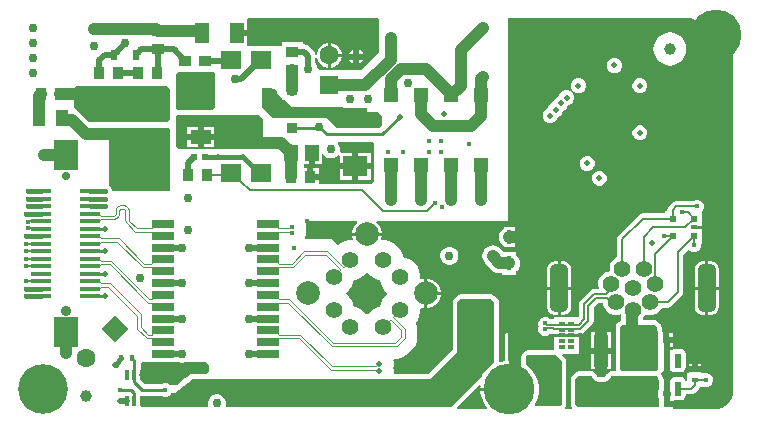
<source format=gbl>
G04*
G04 #@! TF.GenerationSoftware,Altium Limited,Altium Designer,23.5.1 (21)*
G04*
G04 Layer_Physical_Order=6*
G04 Layer_Color=16711680*
%FSLAX44Y44*%
%MOMM*%
G71*
G04*
G04 #@! TF.SameCoordinates,0C852D97-15EF-43E7-8D4E-587EAF6ACFB3*
G04*
G04*
G04 #@! TF.FilePolarity,Positive*
G04*
G01*
G75*
%ADD15C,0.1270*%
%ADD23R,0.4500X0.5500*%
%ADD25R,1.0000X0.9000*%
%ADD28R,0.9000X1.0000*%
%ADD29R,1.0500X1.4000*%
%ADD30R,1.8000X1.1500*%
%ADD38R,0.6200X0.6200*%
%ADD39R,0.5500X0.4500*%
%ADD81C,0.7500*%
%ADD82C,1.0000*%
%ADD84C,0.5080*%
%ADD85C,0.2540*%
%ADD86C,0.1500*%
%ADD87C,1.0160*%
%ADD88C,0.3810*%
%ADD90C,0.9000*%
%ADD91C,0.7000*%
G04:AMPARAMS|DCode=92|XSize=4mm|YSize=1.5mm|CornerRadius=0.375mm|HoleSize=0mm|Usage=FLASHONLY|Rotation=270.000|XOffset=0mm|YOffset=0mm|HoleType=Round|Shape=RoundedRectangle|*
%AMROUNDEDRECTD92*
21,1,4.0000,0.7500,0,0,270.0*
21,1,3.2500,1.5000,0,0,270.0*
1,1,0.7500,-0.3750,-1.6250*
1,1,0.7500,-0.3750,1.6250*
1,1,0.7500,0.3750,1.6250*
1,1,0.7500,0.3750,-1.6250*
%
%ADD92ROUNDEDRECTD92*%
%ADD93C,1.4000*%
%ADD94P,2.2627X4X270.0*%
%ADD95C,1.6000*%
%ADD96C,2.0000*%
%ADD97C,4.3000*%
%ADD98C,4.2000*%
%ADD99R,1.6000X1.6000*%
%ADD100C,0.4064*%
%ADD101C,0.5080*%
%ADD102C,0.7620*%
%ADD115C,0.0889*%
%ADD116R,1.8000X0.3500*%
%ADD117R,2.0000X2.5000*%
%ADD118R,0.6000X0.6000*%
%ADD119R,0.6000X0.4000*%
%ADD120R,0.4064X1.1684*%
%ADD121R,0.5500X0.3000*%
%ADD122R,0.5500X0.4000*%
%ADD123R,0.3500X0.8500*%
%ADD124R,1.4000X1.7500*%
G04:AMPARAMS|DCode=125|XSize=0.55mm|YSize=0.8mm|CornerRadius=0.0495mm|HoleSize=0mm|Usage=FLASHONLY|Rotation=0.000|XOffset=0mm|YOffset=0mm|HoleType=Round|Shape=RoundedRectangle|*
%AMROUNDEDRECTD125*
21,1,0.5500,0.7010,0,0,0.0*
21,1,0.4510,0.8000,0,0,0.0*
1,1,0.0990,0.2255,-0.3505*
1,1,0.0990,-0.2255,-0.3505*
1,1,0.0990,-0.2255,0.3505*
1,1,0.0990,0.2255,0.3505*
%
%ADD125ROUNDEDRECTD125*%
%ADD126R,1.1500X1.8000*%
G04:AMPARAMS|DCode=127|XSize=1.24mm|YSize=0.55mm|CornerRadius=0.0385mm|HoleSize=0mm|Usage=FLASHONLY|Rotation=270.000|XOffset=0mm|YOffset=0mm|HoleType=Round|Shape=RoundedRectangle|*
%AMROUNDEDRECTD127*
21,1,1.2400,0.4730,0,0,270.0*
21,1,1.1630,0.5500,0,0,270.0*
1,1,0.0770,-0.2365,-0.5815*
1,1,0.0770,-0.2365,0.5815*
1,1,0.0770,0.2365,0.5815*
1,1,0.0770,0.2365,-0.5815*
%
%ADD127ROUNDEDRECTD127*%
%ADD128R,1.2000X2.7000*%
%ADD129R,1.8800X0.6400*%
%ADD130R,1.2000X1.2000*%
%ADD131R,1.7800X1.5200*%
%ADD132R,1.3900X1.4000*%
%ADD133R,3.3600X4.8600*%
%ADD134R,0.9500X0.9000*%
%ADD135R,1.1500X1.4500*%
%ADD136R,2.1590X1.7780*%
%ADD137C,1.0000*%
G36*
X284480Y313690D02*
Y285750D01*
X269240Y270510D01*
X234950D01*
X232151Y273309D01*
X231891Y274281D01*
X230888Y276019D01*
X230778Y276128D01*
Y280749D01*
X232048Y280917D01*
X232588Y278902D01*
X233976Y276498D01*
X235938Y274536D01*
X238342Y273148D01*
X241022Y272430D01*
X241140D01*
Y282970D01*
Y293510D01*
X241022D01*
X238342Y292792D01*
X235938Y291404D01*
X233976Y289442D01*
X232588Y287038D01*
X231870Y284358D01*
Y283448D01*
X230600Y283323D01*
X230286Y284904D01*
X228882Y287004D01*
X225350Y290536D01*
X223249Y291940D01*
X220772Y292433D01*
X219937D01*
Y294440D01*
X202318D01*
Y290830D01*
X175851Y290830D01*
X172750D01*
Y299680D01*
X164460D01*
Y304760D01*
X172750D01*
Y313760D01*
X173839Y314198D01*
X283972D01*
X284480Y313690D01*
D02*
G37*
G36*
X146050Y267430D02*
Y238760D01*
X144130Y236840D01*
X114300D01*
X113030Y238110D01*
Y266700D01*
X115030Y268700D01*
X144780D01*
X146050Y267430D01*
D02*
G37*
G36*
X107950Y254000D02*
Y228600D01*
X105410Y226060D01*
X39370Y226060D01*
X26670Y238760D01*
Y255270D01*
X27940Y256540D01*
X105410D01*
X107950Y254000D01*
D02*
G37*
G36*
X287448Y231100D02*
Y223948D01*
X284480Y220980D01*
X269240D01*
X273050Y234950D01*
X283598D01*
X287448Y231100D01*
D02*
G37*
G36*
X194310Y255270D02*
X202567Y247013D01*
Y244890D01*
X204690D01*
X210820Y238760D01*
X254000D01*
X259080Y233680D01*
Y232370D01*
X264468D01*
Y227290D01*
X259080D01*
Y223520D01*
X256540Y220980D01*
X249640D01*
X249541Y221080D01*
X248820D01*
X240030Y229870D01*
X219687D01*
Y230010D01*
X202567D01*
Y229870D01*
X194310D01*
X185420Y238760D01*
Y255270D01*
X194310Y255270D01*
D02*
G37*
G36*
X182880Y232410D02*
X186690Y228600D01*
Y207010D01*
X182880Y203200D01*
X175260D01*
X171071D01*
X171070Y203200D01*
X168544D01*
X168544Y203200D01*
X149291D01*
X149291Y203200D01*
X146765D01*
X146765Y203200D01*
X146166D01*
X144070Y203200D01*
Y203760D01*
X121250D01*
Y203200D01*
X115570D01*
X113030Y205740D01*
Y231140D01*
X114300Y232410D01*
X182880Y232410D01*
D02*
G37*
G36*
X280278Y208672D02*
Y176530D01*
X277738Y173990D01*
X233407D01*
Y177760D01*
X226367D01*
Y180300D01*
X223827D01*
Y187840D01*
X220980D01*
Y190830D01*
X225098D01*
Y200620D01*
X230177D01*
Y190830D01*
X235927D01*
Y199125D01*
X237197Y199465D01*
X237743Y198521D01*
X239161Y197103D01*
X240899Y196099D01*
X242837Y195580D01*
X244843D01*
X246781Y196099D01*
X248519Y197103D01*
X249862Y198446D01*
X250200Y198418D01*
X251132Y198051D01*
Y191730D01*
X261928D01*
Y200620D01*
X252352D01*
X251378Y201890D01*
X251460Y202197D01*
Y204203D01*
X250941Y206141D01*
X249937Y207879D01*
X249536Y208280D01*
X250062Y209550D01*
X279400D01*
X280278Y208672D01*
D02*
G37*
G36*
X107950Y219710D02*
Y168910D01*
X106680Y167640D01*
X58380D01*
Y169112D01*
X57491Y171259D01*
X55847Y172903D01*
X55694Y172966D01*
Y218255D01*
X58420Y220980D01*
X106680D01*
X107950Y219710D01*
D02*
G37*
G36*
X549499Y313690D02*
X551180D01*
X557530Y307340D01*
Y301270D01*
X570000D01*
Y300000D01*
X571270D01*
Y285750D01*
X584200D01*
Y274320D01*
X584198D01*
Y-6D01*
X584198Y-21D01*
X584198Y-1270D01*
X584111Y-2504D01*
X583935Y-4294D01*
X583053Y-7203D01*
X581620Y-9883D01*
X579692Y-12232D01*
X577343Y-14160D01*
X574663Y-15592D01*
X571754Y-16475D01*
X568847Y-16761D01*
X568730Y-16738D01*
X533800D01*
Y-15240D01*
X528160D01*
Y-12700D01*
X526071D01*
Y-7060D01*
X526070D01*
Y-5790D01*
X525946D01*
X525946Y-5789D01*
X525620D01*
Y-5392D01*
X525302Y-5005D01*
Y-1289D01*
X525334Y-1234D01*
X525417Y-991D01*
X525559Y-778D01*
X525658Y-280D01*
X525821Y202D01*
X525805Y457D01*
X525855Y709D01*
Y7071D01*
X525805Y7323D01*
X525821Y7578D01*
X525658Y8059D01*
X525559Y8558D01*
X525417Y8771D01*
X525334Y9014D01*
X524679Y10148D01*
X524390Y11228D01*
X524277Y11458D01*
X524227Y11709D01*
X523944Y12131D01*
X523720Y12587D01*
X523527Y12756D01*
X523385Y12969D01*
X523329Y13025D01*
Y14295D01*
X523955Y14921D01*
X524641Y15948D01*
X524654Y15940D01*
X525620Y15747D01*
Y24510D01*
Y34210D01*
X525422Y34423D01*
X525490Y34960D01*
X525490D01*
Y36230D01*
X533220D01*
Y39330D01*
X527580D01*
Y41870D01*
X525490D01*
Y47510D01*
X525490D01*
Y48780D01*
X524520D01*
X524358Y49257D01*
X524259Y49755D01*
X524146Y49924D01*
X523845Y51048D01*
Y52470D01*
X523901Y52754D01*
X523851Y53005D01*
X523868Y53260D01*
X523704Y53742D01*
X523605Y54240D01*
X523463Y54453D01*
X523381Y54696D01*
X523046Y55078D01*
X522763Y55500D01*
X520963Y57300D01*
X519703Y58142D01*
X518217Y58438D01*
X507776D01*
Y60124D01*
X508262Y60610D01*
X509685Y63074D01*
X511079Y63369D01*
X512689Y62937D01*
X515535D01*
X518284Y63674D01*
X520750Y65097D01*
X522762Y67109D01*
X523978Y69215D01*
X528857D01*
X530591Y69560D01*
X532062Y70542D01*
X540865Y79345D01*
X540865Y79345D01*
X541847Y80816D01*
X542192Y82550D01*
X542192Y82550D01*
Y114153D01*
X546439Y118399D01*
X547871Y116967D01*
X550018Y116078D01*
X552342D01*
X554489Y116967D01*
X556133Y118611D01*
X557022Y120758D01*
Y122850D01*
X558100D01*
Y136470D01*
X556830D01*
Y136470D01*
X551290D01*
Y137849D01*
X556830D01*
Y137850D01*
X558100D01*
Y151058D01*
X558673Y151631D01*
X559562Y153778D01*
Y156102D01*
X558673Y158249D01*
X557029Y159893D01*
X554882Y160782D01*
X552558D01*
X550411Y159893D01*
X549990Y159472D01*
X535940D01*
X534206Y159127D01*
X532735Y158145D01*
X532735Y158145D01*
X530085Y155495D01*
X529103Y154024D01*
X528758Y152290D01*
Y151470D01*
X526480D01*
Y149192D01*
X507880D01*
X506146Y148847D01*
X504675Y147865D01*
X487407Y130597D01*
X486425Y129126D01*
X486080Y127392D01*
Y112113D01*
X483974Y110897D01*
X481962Y108884D01*
X480539Y106419D01*
X479802Y103670D01*
Y100824D01*
X478759Y99808D01*
X476940Y99320D01*
X474474Y97897D01*
X472462Y95885D01*
X471039Y93420D01*
X470302Y90670D01*
Y87824D01*
X470707Y86312D01*
X469934Y85304D01*
X466852D01*
X465118Y84959D01*
X463647Y83977D01*
X463647Y83977D01*
X455265Y75595D01*
X454283Y74124D01*
X453938Y72390D01*
Y61567D01*
X453401Y61030D01*
X432680D01*
Y59523D01*
X430069D01*
X428759Y60833D01*
X426612Y61722D01*
X424288D01*
X422141Y60833D01*
X420497Y59189D01*
X419608Y57042D01*
Y54718D01*
X420179Y53340D01*
X419608Y51962D01*
Y49638D01*
X420497Y47491D01*
X422141Y45847D01*
X424288Y44958D01*
X426612D01*
X428759Y45847D01*
X430069Y47157D01*
X432085D01*
X432680Y47039D01*
Y33095D01*
X410210D01*
X408723Y32799D01*
X407463Y31957D01*
X406270Y30764D01*
X405428Y29503D01*
X405132Y28017D01*
Y25141D01*
X405130Y25133D01*
Y23127D01*
X405132Y23119D01*
Y22760D01*
X404076Y22054D01*
X401512Y23116D01*
X396868Y24040D01*
X393700D01*
Y49508D01*
X392285Y47663D01*
X391389Y45501D01*
X391083Y43180D01*
Y23831D01*
X387488Y23116D01*
X387211Y23001D01*
X386155Y23707D01*
Y73914D01*
X385859Y75401D01*
X385017Y76661D01*
X382223Y79455D01*
X380963Y80297D01*
X379476Y80593D01*
X353568D01*
X352081Y80297D01*
X350821Y79455D01*
X348281Y76915D01*
X347439Y75655D01*
X347143Y74168D01*
Y33348D01*
X326319Y12775D01*
X297645D01*
X297020Y13589D01*
Y16891D01*
X296646Y18288D01*
X297020Y19685D01*
Y22987D01*
X296506Y24907D01*
X297279Y25914D01*
X299660D01*
X302386Y26273D01*
X304927Y27326D01*
X307109Y29000D01*
X313920Y35811D01*
X315594Y37992D01*
X316646Y40533D01*
X317005Y43260D01*
Y51201D01*
X316646Y53927D01*
X315594Y56468D01*
X315564Y56507D01*
X317385Y59233D01*
X318667Y62327D01*
X319320Y65612D01*
Y68328D01*
X320329Y69253D01*
X320544Y69315D01*
X322669Y68746D01*
X323050D01*
Y81286D01*
Y93826D01*
X322669D01*
X320544Y93257D01*
X320329Y93319D01*
X319320Y94243D01*
Y96960D01*
X318667Y100245D01*
X317385Y103338D01*
X315525Y106123D01*
X313157Y108491D01*
X310373Y110351D01*
X307279Y111633D01*
X305100Y112066D01*
X304667Y114245D01*
X303385Y117338D01*
X301525Y120123D01*
X299157Y122491D01*
X296373Y124351D01*
X293279Y125633D01*
X289994Y126286D01*
X287277D01*
X286353Y127295D01*
X286291Y127510D01*
X286860Y129635D01*
Y130016D01*
X274320D01*
X261780D01*
Y129635D01*
X262349Y127510D01*
X262287Y127295D01*
X261363Y126286D01*
X258646D01*
X255361Y125633D01*
X252267Y124351D01*
X249840Y122729D01*
X248294Y124275D01*
X246112Y125949D01*
X243572Y127002D01*
X240845Y127361D01*
X223124D01*
X222237Y128631D01*
X222852Y130926D01*
Y134094D01*
X222596Y135050D01*
X222852Y136006D01*
Y139174D01*
X222371Y140970D01*
X223345Y142240D01*
X265774D01*
X266270Y140970D01*
X264286Y138986D01*
X262635Y136126D01*
X261780Y132937D01*
Y132556D01*
X274320D01*
X286860D01*
Y132937D01*
X286005Y136126D01*
X284354Y138986D01*
X282370Y140970D01*
X282866Y142240D01*
X393700D01*
Y314198D01*
X549227D01*
X549499Y313690D01*
D02*
G37*
G36*
X275115Y98449D02*
X277483Y96081D01*
X280268Y94221D01*
X283361Y92939D01*
X285540Y92506D01*
X285973Y90327D01*
X287255Y87233D01*
X289115Y84449D01*
X291483Y82081D01*
X291723Y81921D01*
Y80651D01*
X291483Y80491D01*
X289115Y78123D01*
X287255Y75338D01*
X285973Y72245D01*
X285540Y70066D01*
X283361Y69633D01*
X280268Y68351D01*
X277483Y66491D01*
X275115Y64123D01*
X274955Y63883D01*
X273685D01*
X273525Y64123D01*
X271157Y66491D01*
X268372Y68351D01*
X265279Y69633D01*
X263100Y70066D01*
X262667Y72245D01*
X261385Y75338D01*
X259525Y78123D01*
X257157Y80491D01*
X256917Y80651D01*
Y81921D01*
X257157Y82081D01*
X259525Y84449D01*
X261385Y87233D01*
X262667Y90327D01*
X263100Y92506D01*
X265279Y92939D01*
X268372Y94221D01*
X271157Y96081D01*
X273525Y98449D01*
X273685Y98689D01*
X274955D01*
X275115Y98449D01*
D02*
G37*
G36*
X140970Y20320D02*
Y15240D01*
X138505Y12775D01*
X127265D01*
X126890Y12700D01*
X123190D01*
X114734Y4244D01*
X114163Y3810D01*
X107830D01*
X106941Y4699D01*
X104794Y5588D01*
X102470D01*
X100871Y4925D01*
X85847D01*
X83030Y7743D01*
Y20330D01*
X82649D01*
Y21724D01*
X83786Y22860D01*
X115072D01*
X116677Y22430D01*
X118683D01*
X120288Y22860D01*
X138430D01*
X140970Y20320D01*
D02*
G37*
G36*
X520016Y52754D02*
X519960Y52543D01*
Y50537D01*
X520479Y48599D01*
X520670Y48268D01*
Y34960D01*
X521208D01*
Y17668D01*
X518780Y15240D01*
X490220D01*
X488950Y16510D01*
Y53284D01*
X490220Y54553D01*
X518217D01*
X520016Y52754D01*
D02*
G37*
G36*
X520638Y10222D02*
X521059Y8649D01*
X521970Y7071D01*
Y709D01*
X521059Y-869D01*
X520540Y-2807D01*
Y-4813D01*
X521059Y-6751D01*
X521250Y-7082D01*
Y-15240D01*
X453390D01*
X450850Y-12700D01*
Y8946D01*
X453334Y11430D01*
X464765D01*
X465044Y10757D01*
X466469Y8900D01*
X468326Y7475D01*
X470489Y6579D01*
X472810Y6273D01*
X475130Y6579D01*
X477293Y7475D01*
X479150Y8900D01*
X480575Y10757D01*
X480854Y11430D01*
X489845D01*
X490220Y11355D01*
X518780D01*
X519155Y11430D01*
X519430D01*
X520638Y10222D01*
D02*
G37*
G36*
X474302Y72324D02*
X475039Y69574D01*
X476462Y67109D01*
X478475Y65097D01*
X480939Y63674D01*
X483689Y62937D01*
X486535D01*
X489284Y63674D01*
X489390Y63630D01*
X489539Y63074D01*
X489843Y62548D01*
Y58363D01*
X488733Y58142D01*
X487473Y57300D01*
X486203Y56030D01*
X485361Y54770D01*
X485065Y53284D01*
Y16510D01*
X485108Y16296D01*
X484302Y15315D01*
X480854D01*
X479367Y15019D01*
X478107Y14177D01*
X477265Y12917D01*
X477182Y12716D01*
X476379Y11670D01*
X475334Y10868D01*
X474116Y10364D01*
X472810Y10192D01*
X471503Y10364D01*
X470285Y10868D01*
X469240Y11670D01*
X468437Y12716D01*
X468354Y12917D01*
X467512Y14177D01*
X466252Y15019D01*
X464765Y15315D01*
X453334D01*
X451847Y15019D01*
X450587Y14177D01*
X448103Y11693D01*
X447261Y10433D01*
X446965Y8946D01*
Y-12700D01*
X447261Y-14187D01*
X448103Y-15447D01*
X448221Y-15565D01*
X447735Y-16738D01*
X442672D01*
X442146Y-15468D01*
X442167Y-15447D01*
X443009Y-14187D01*
X443305Y-12700D01*
Y24130D01*
X443009Y25617D01*
X442167Y26877D01*
X439807Y29237D01*
X440293Y30410D01*
X453600D01*
Y35410D01*
Y47037D01*
X455019D01*
X456753Y47382D01*
X458223Y48364D01*
X464977Y55118D01*
X464977Y55118D01*
X465959Y56588D01*
X466304Y58322D01*
Y69145D01*
X470097Y72938D01*
X474302D01*
Y72324D01*
D02*
G37*
G36*
X439420Y24130D02*
Y-12700D01*
X438150Y-13970D01*
X416953D01*
X416354Y-12850D01*
X416929Y-11989D01*
X418837Y-7383D01*
X419810Y-2493D01*
Y2493D01*
X418837Y7383D01*
X416929Y11989D01*
X414160Y16134D01*
X410634Y19660D01*
X409017Y20740D01*
Y28017D01*
X410210Y29210D01*
X434340D01*
X439420Y24130D01*
D02*
G37*
G36*
X382270Y73914D02*
Y22268D01*
X378366Y19660D01*
X374840Y16134D01*
X372071Y11989D01*
X371827Y11401D01*
X354992Y-5433D01*
X345186Y-15240D01*
X155525Y-15240D01*
X154630Y-13970D01*
X154940Y-12813D01*
Y-10807D01*
X154421Y-8869D01*
X153418Y-7131D01*
X151999Y-5713D01*
X150261Y-4709D01*
X148323Y-4190D01*
X146317D01*
X144379Y-4709D01*
X142641Y-5713D01*
X141222Y-7131D01*
X140219Y-8869D01*
X139700Y-10807D01*
Y-12813D01*
X140010Y-13970D01*
X139115Y-15240D01*
X84223D01*
X83058Y-14075D01*
Y-5962D01*
X83702Y-5433D01*
X100871D01*
X102470Y-6096D01*
X104794D01*
X106941Y-5207D01*
X108585Y-3563D01*
X108798Y-3048D01*
X111560D01*
X127265Y8890D01*
X327914D01*
X351028Y31725D01*
Y74168D01*
X353568Y76708D01*
X379476D01*
X382270Y73914D01*
D02*
G37*
G36*
X370573Y2934D02*
X370460Y2368D01*
Y1270D01*
X394500D01*
Y-1270D01*
X370460D01*
Y-2368D01*
X371384Y-7012D01*
X373196Y-11387D01*
X375827Y-15325D01*
X376067Y-15565D01*
X375581Y-16738D01*
X350841D01*
X350355Y-15565D01*
X357739Y-8180D01*
X369453Y3533D01*
X370573Y2934D01*
D02*
G37*
%LPC*%
G36*
X267810Y287656D02*
Y284440D01*
X271026D01*
X270602Y285463D01*
X268833Y287232D01*
X267810Y287656D01*
D02*
G37*
G36*
X262730D02*
X261707Y287232D01*
X259938Y285463D01*
X259514Y284440D01*
X262730D01*
Y287656D01*
D02*
G37*
G36*
X243798Y293510D02*
X243680D01*
Y284240D01*
X252950D01*
Y284358D01*
X252232Y287038D01*
X250844Y289442D01*
X248882Y291404D01*
X246478Y292792D01*
X243798Y293510D01*
D02*
G37*
G36*
X271026Y279360D02*
X267810D01*
Y276144D01*
X268833Y276568D01*
X270602Y278337D01*
X271026Y279360D01*
D02*
G37*
G36*
X262730D02*
X259514D01*
X259938Y278337D01*
X261707Y276568D01*
X262730Y276144D01*
Y279360D01*
D02*
G37*
G36*
X252950Y281700D02*
X243680D01*
Y272430D01*
X243798D01*
X246478Y273148D01*
X248882Y274536D01*
X250844Y276498D01*
X252232Y278902D01*
X252950Y281582D01*
Y281700D01*
D02*
G37*
G36*
X145197Y221850D02*
X136198D01*
Y216100D01*
X145197D01*
Y221850D01*
D02*
G37*
G36*
X131117D02*
X122118D01*
Y216100D01*
X131117D01*
Y221850D01*
D02*
G37*
G36*
X145197Y211020D02*
X136198D01*
Y205270D01*
X145197D01*
Y211020D01*
D02*
G37*
G36*
X131117D02*
X122118D01*
Y205270D01*
X131117D01*
Y211020D01*
D02*
G37*
G36*
X277802Y200620D02*
X267008D01*
Y191730D01*
X277802D01*
Y200620D01*
D02*
G37*
G36*
X233407Y187840D02*
X228908D01*
Y182840D01*
X233407D01*
Y187840D01*
D02*
G37*
G36*
X277802Y186650D02*
X267008D01*
Y177760D01*
X277802D01*
Y186650D01*
D02*
G37*
G36*
X261928D02*
X251132D01*
Y177760D01*
X261928D01*
Y186650D01*
D02*
G37*
G36*
X568730Y298730D02*
X557530D01*
Y292100D01*
X563880Y285750D01*
X568730D01*
Y298730D01*
D02*
G37*
G36*
X530860Y302345D02*
X527222Y301866D01*
X523832Y300462D01*
X520921Y298229D01*
X518688Y295318D01*
X517284Y291928D01*
X516805Y288290D01*
X517284Y284652D01*
X518688Y281262D01*
X520921Y278351D01*
X523832Y276118D01*
X527222Y274714D01*
X530860Y274235D01*
X534498Y274714D01*
X537888Y276118D01*
X540799Y278351D01*
X543032Y281262D01*
X544436Y284652D01*
X544830Y287642D01*
Y288937D01*
X544436Y291928D01*
X543032Y295318D01*
X540799Y298229D01*
X537888Y300462D01*
X534498Y301866D01*
X530860Y302345D01*
D02*
G37*
G36*
X485133Y280670D02*
X482607D01*
X480273Y279703D01*
X478487Y277917D01*
X477520Y275583D01*
Y273057D01*
X478487Y270723D01*
X480273Y268937D01*
X482607Y267970D01*
X485133D01*
X487467Y268937D01*
X489253Y270723D01*
X490220Y273057D01*
Y275583D01*
X489253Y277917D01*
X487467Y279703D01*
X485133Y280670D01*
D02*
G37*
G36*
X506723Y263470D02*
X504197D01*
X501863Y262503D01*
X500077Y260717D01*
X499110Y258383D01*
Y255857D01*
X500077Y253523D01*
X501863Y251737D01*
X504197Y250770D01*
X506723D01*
X509057Y251737D01*
X510843Y253523D01*
X511810Y255857D01*
Y258383D01*
X510843Y260717D01*
X509057Y262503D01*
X506723Y263470D01*
D02*
G37*
G36*
X454653Y263470D02*
X452127D01*
X449793Y262503D01*
X448007Y260717D01*
X447040Y258383D01*
Y255857D01*
X448007Y253523D01*
X449793Y251737D01*
X452127Y250770D01*
X454653D01*
X456987Y251737D01*
X458773Y253523D01*
X459740Y255857D01*
Y258383D01*
X458773Y260717D01*
X456987Y262503D01*
X454653Y263470D01*
D02*
G37*
G36*
X444747Y253506D02*
X442221D01*
X439887Y252539D01*
X438101Y250753D01*
X437203Y248587D01*
X435061Y247699D01*
X433275Y245913D01*
X432308Y243579D01*
Y243119D01*
X430489Y242365D01*
X428703Y240579D01*
X427736Y238245D01*
Y238039D01*
X425917Y237285D01*
X424131Y235499D01*
X423164Y233165D01*
Y230639D01*
X424131Y228305D01*
X425917Y226519D01*
X428251Y225552D01*
X430777D01*
X433111Y226519D01*
X434897Y228305D01*
X435864Y230639D01*
Y230845D01*
X437683Y231599D01*
X439469Y233385D01*
X440436Y235719D01*
Y236179D01*
X442255Y236933D01*
X444041Y238719D01*
X444939Y240885D01*
X447081Y241773D01*
X448867Y243559D01*
X449834Y245893D01*
Y248419D01*
X448867Y250753D01*
X447081Y252539D01*
X444747Y253506D01*
D02*
G37*
G36*
X506723Y223520D02*
X504197D01*
X501863Y222553D01*
X500077Y220767D01*
X499110Y218433D01*
Y215907D01*
X500077Y213573D01*
X501863Y211787D01*
X504197Y210820D01*
X506723D01*
X509057Y211787D01*
X510843Y213573D01*
X511810Y215907D01*
Y218433D01*
X510843Y220767D01*
X509057Y222553D01*
X506723Y223520D01*
D02*
G37*
G36*
X462019Y197866D02*
X459493D01*
X457159Y196899D01*
X455373Y195113D01*
X454406Y192779D01*
Y190253D01*
X455373Y187919D01*
X457159Y186133D01*
X459493Y185166D01*
X462019D01*
X464353Y186133D01*
X466139Y187919D01*
X467106Y190253D01*
Y192779D01*
X466139Y195113D01*
X464353Y196899D01*
X462019Y197866D01*
D02*
G37*
G36*
X472179Y185293D02*
X469653D01*
X467319Y184326D01*
X465533Y182540D01*
X464566Y180206D01*
Y177680D01*
X465533Y175346D01*
X467319Y173560D01*
X469653Y172593D01*
X472179D01*
X474513Y173560D01*
X476299Y175346D01*
X477266Y177680D01*
Y180206D01*
X476299Y182540D01*
X474513Y184326D01*
X472179Y185293D01*
D02*
G37*
G36*
X393700Y137831D02*
X392649Y137693D01*
X391975Y137414D01*
X390398D01*
Y136729D01*
X388630Y135372D01*
X387205Y133515D01*
X386309Y131353D01*
X386003Y129032D01*
X386309Y126711D01*
X387205Y124549D01*
X388630Y122692D01*
X390398Y121335D01*
Y120650D01*
X391975D01*
X392649Y120371D01*
X393700Y120232D01*
Y120650D01*
X399542D01*
Y126492D01*
X394970D01*
Y131572D01*
X399542D01*
Y137414D01*
X393700D01*
Y137831D01*
D02*
G37*
G36*
X345173Y120650D02*
X343167D01*
X341229Y120131D01*
X339491Y119128D01*
X338073Y117709D01*
X337069Y115971D01*
X336550Y114033D01*
Y112027D01*
X337069Y110089D01*
X338073Y108351D01*
X339491Y106932D01*
X341229Y105929D01*
X343167Y105410D01*
X345173D01*
X347111Y105929D01*
X348849Y106932D01*
X350267Y108351D01*
X351271Y110089D01*
X351790Y112027D01*
Y114033D01*
X351271Y115971D01*
X350267Y117709D01*
X348849Y119128D01*
X347111Y120131D01*
X345173Y120650D01*
D02*
G37*
G36*
X381000Y121997D02*
X378679Y121691D01*
X376517Y120795D01*
X374660Y119370D01*
X373235Y117513D01*
X372339Y115351D01*
X372033Y113030D01*
X372339Y110709D01*
X373235Y108547D01*
X374660Y106690D01*
X380248Y101102D01*
X382105Y99677D01*
X384267Y98781D01*
X386588Y98475D01*
X389128D01*
Y97028D01*
X400812D01*
Y99957D01*
X401310Y100340D01*
X402735Y102197D01*
X403631Y104359D01*
X403937Y106680D01*
X403631Y109001D01*
X402735Y111163D01*
X401310Y113020D01*
X400812Y113519D01*
Y116332D01*
X394791D01*
X394208Y116409D01*
X390302D01*
X387340Y119370D01*
X385483Y120795D01*
X383321Y121691D01*
X381000Y121997D01*
D02*
G37*
G36*
X565862Y108410D02*
X563382D01*
Y87017D01*
X572275D01*
Y101997D01*
X571787Y104451D01*
X570397Y106532D01*
X568316Y107922D01*
X565862Y108410D01*
D02*
G37*
G36*
X440862D02*
X438382D01*
Y87017D01*
X447275D01*
Y101997D01*
X446787Y104451D01*
X445397Y106532D01*
X443316Y107922D01*
X440862Y108410D01*
D02*
G37*
G36*
X560842D02*
X558362D01*
X555908Y107922D01*
X553827Y106532D01*
X552437Y104451D01*
X551949Y101997D01*
Y87017D01*
X560842D01*
Y108410D01*
D02*
G37*
G36*
X435842D02*
X433362D01*
X430908Y107922D01*
X428827Y106532D01*
X427437Y104451D01*
X426949Y101997D01*
Y87017D01*
X435842D01*
Y108410D01*
D02*
G37*
G36*
X325971Y93826D02*
X325590D01*
Y82556D01*
X336860D01*
Y82937D01*
X336005Y86126D01*
X334355Y88986D01*
X332020Y91320D01*
X329160Y92971D01*
X325971Y93826D01*
D02*
G37*
G36*
X336860Y80016D02*
X325590D01*
Y68746D01*
X325971D01*
X329160Y69601D01*
X332020Y71251D01*
X334355Y73586D01*
X336005Y76446D01*
X336860Y79635D01*
Y80016D01*
D02*
G37*
G36*
X572275Y84477D02*
X563382D01*
Y63084D01*
X565862D01*
X568316Y63572D01*
X570397Y64962D01*
X571787Y67043D01*
X572275Y69497D01*
Y84477D01*
D02*
G37*
G36*
X560842D02*
X551949D01*
Y69497D01*
X552437Y67043D01*
X553827Y64962D01*
X555908Y63572D01*
X558362Y63084D01*
X560842D01*
Y84477D01*
D02*
G37*
G36*
X447275D02*
X438382D01*
Y63084D01*
X440862D01*
X443316Y63572D01*
X445397Y64962D01*
X446787Y67043D01*
X447275Y69497D01*
Y84477D01*
D02*
G37*
G36*
X435842D02*
X426949D01*
Y69497D01*
X427437Y67043D01*
X428827Y64962D01*
X430908Y63572D01*
X433362Y63084D01*
X435842D01*
Y84477D01*
D02*
G37*
G36*
X533220Y47510D02*
X530120D01*
Y44410D01*
X533220D01*
Y47510D01*
D02*
G37*
G36*
X540025Y34602D02*
X535295D01*
X533658Y34277D01*
X532271Y33349D01*
X531960Y32884D01*
X531666Y33080D01*
X530700Y33273D01*
Y24510D01*
Y15747D01*
X531666Y15940D01*
X531960Y16136D01*
X532271Y15671D01*
X533658Y14743D01*
X535295Y14418D01*
X540025D01*
X541662Y14743D01*
X543049Y15671D01*
X543977Y17058D01*
X544302Y18695D01*
Y30325D01*
X543977Y31962D01*
X543049Y33349D01*
X541662Y34277D01*
X540025Y34602D01*
D02*
G37*
G36*
X557580Y21950D02*
X554830D01*
Y19700D01*
X557580D01*
Y21950D01*
D02*
G37*
G36*
X549750D02*
X547000D01*
Y19700D01*
X549750D01*
Y21950D01*
D02*
G37*
G36*
X557580Y14620D02*
X547000D01*
Y14220D01*
X545730D01*
Y4878D01*
X544302D01*
Y6625D01*
X543977Y8262D01*
X543049Y9649D01*
X541662Y10577D01*
X540025Y10902D01*
X535295D01*
X533658Y10577D01*
X532271Y9649D01*
X531343Y8262D01*
X531018Y6625D01*
Y-5005D01*
X531174Y-5790D01*
X530700Y-6416D01*
Y-10160D01*
X533800D01*
Y-9986D01*
X534782Y-9180D01*
X535295Y-9282D01*
X540025D01*
X541662Y-8957D01*
X543049Y-8029D01*
X543977Y-6642D01*
X544302Y-5005D01*
Y-4186D01*
X548986D01*
X550720Y-3841D01*
X552191Y-2859D01*
X555495Y445D01*
X556477Y1916D01*
X556514Y2100D01*
X558850D01*
Y2100D01*
X559560Y2574D01*
X560178Y2318D01*
X562502D01*
X564649Y3207D01*
X566293Y4851D01*
X567182Y6998D01*
Y9322D01*
X566293Y11469D01*
X564649Y13113D01*
X562502Y14002D01*
X560178D01*
X559560Y13746D01*
X558850Y14220D01*
Y14220D01*
X557580D01*
Y14620D01*
D02*
G37*
G36*
X481350Y49020D02*
X475350D01*
Y35520D01*
X481350D01*
Y49020D01*
D02*
G37*
G36*
X470270D02*
X464270D01*
Y35520D01*
X470270D01*
Y49020D01*
D02*
G37*
G36*
X481350Y30440D02*
X475350D01*
Y16940D01*
X481350D01*
Y30440D01*
D02*
G37*
G36*
X470270D02*
X464270D01*
Y16940D01*
X470270D01*
Y30440D01*
D02*
G37*
%LPD*%
D15*
X466852Y80772D02*
X477012D01*
X458470Y72390D02*
X466852Y80772D01*
X477012D02*
X478676Y82436D01*
X468220Y77470D02*
X478003D01*
X481726Y73747D02*
X485112D01*
X461772Y71022D02*
X468220Y77470D01*
X478003D02*
X481726Y73747D01*
X478676Y82436D02*
Y86811D01*
X458470Y59690D02*
Y72390D01*
X478676Y86811D02*
X481112Y89247D01*
X426206Y55880D02*
X427095Y54991D01*
X425450Y55880D02*
X426206D01*
X427095Y54991D02*
X433936D01*
X446191Y54871D02*
X447040Y55720D01*
X453651Y54871D02*
X458470Y59690D01*
X447040Y55720D02*
X447889Y54871D01*
X453651D01*
X440089D02*
X446191D01*
X438391D02*
X439240Y55720D01*
X440089Y54871D01*
X433936Y54991D02*
X434056Y54871D01*
X438391D01*
X-12616Y142233D02*
X-2118D01*
X-1800Y142550D01*
X-12934Y141915D02*
X-12616Y142233D01*
X461772Y58322D02*
Y71022D01*
X427095Y51689D02*
X432568D01*
X432688Y51569D01*
X440089D02*
X446191D01*
X447889D02*
X455019D01*
X432688D02*
X438391D01*
X455019D02*
X461772Y58322D01*
X446191Y51569D02*
X447040Y50720D01*
X447889Y51569D01*
X439240Y50720D02*
X440089Y51569D01*
X426206Y50800D02*
X427095Y51689D01*
X425450Y50800D02*
X426206D01*
X438391Y51569D02*
X439240Y50720D01*
X-2118Y136518D02*
X-1800Y136200D01*
X-12616Y136518D02*
X-2118D01*
X-12934Y136835D02*
X-12616Y136518D01*
X541020Y149860D02*
X546090D01*
X551290Y144660D01*
X543790Y137160D02*
X551290Y144660D01*
X516890Y137160D02*
X543790D01*
X533290Y152290D02*
X535940Y154940D01*
X533290Y144660D02*
Y152290D01*
X535940Y154940D02*
X553720D01*
X537660Y116030D02*
X551180Y129550D01*
Y129660D01*
Y121920D02*
Y129550D01*
Y129660D02*
X551290D01*
X525780D02*
X533290D01*
X537660Y82550D02*
Y116030D01*
X528857Y73747D02*
X537660Y82550D01*
X514112Y73747D02*
X528857D01*
X518112Y114482D02*
X533290Y129660D01*
X518112Y89247D02*
Y114482D01*
X508612Y128882D02*
X516890Y137160D01*
X508612Y102247D02*
Y128882D01*
X490612Y127392D02*
X507880Y144660D01*
X490612Y102247D02*
Y127392D01*
X507880Y144660D02*
X533290D01*
X-14138Y123500D02*
X-1800D01*
X-14138Y117150D02*
X-1800D01*
X-14138Y110800D02*
X-1800D01*
X-14138Y104450D02*
X-1800D01*
X552290Y8160D02*
X561340D01*
X552290Y3650D02*
Y8160D01*
X537660Y810D02*
X538124Y346D01*
X548986D02*
X552290Y3650D01*
X538124Y346D02*
X548986D01*
X-14138Y91750D02*
X-1800D01*
D23*
X75470Y26813D02*
D03*
X66470D02*
D03*
D25*
X120490Y262470D02*
D03*
Y278470D02*
D03*
X97630Y287870D02*
D03*
Y303870D02*
D03*
X137000Y262470D02*
D03*
Y278470D02*
D03*
X211127Y270130D02*
D03*
Y286130D02*
D03*
D28*
X47880Y267970D02*
D03*
X63880D02*
D03*
X80900D02*
D03*
X96900D02*
D03*
X138810Y181610D02*
D03*
X122810D02*
D03*
X14350Y250190D02*
D03*
X-1650D02*
D03*
X210367Y180300D02*
D03*
X226367D02*
D03*
D29*
X-3150Y229870D02*
D03*
X15850D02*
D03*
D30*
X133658Y213560D02*
D03*
Y243560D02*
D03*
D38*
X519160Y-12700D02*
D03*
X528160D02*
D03*
X518580Y41870D02*
D03*
X527580D02*
D03*
X128160Y196850D02*
D03*
X137160D02*
D03*
D39*
X552290Y17160D02*
D03*
Y8160D02*
D03*
D81*
X265270Y281900D02*
D03*
X233987Y222210D02*
D03*
X265270Y257770D02*
D03*
X430516Y19558D02*
D03*
X125730Y-7620D02*
D03*
D82*
X36576Y-5334D02*
D03*
X530860Y288290D02*
D03*
D84*
X528160Y-12700D02*
Y-3810D01*
Y-12700D02*
X537774D01*
X552290Y17160D02*
X561340D01*
X552290D02*
Y26670D01*
X528160Y11590D02*
Y24510D01*
Y41290D01*
X527580Y41870D02*
X528160Y41290D01*
X527580Y41870D02*
X537660D01*
X527580D02*
Y51540D01*
X65278Y-9730D02*
X70970D01*
X83970Y12270D02*
X120214D01*
X124454Y16510D01*
X124460D01*
X122810Y191500D02*
X128160Y196850D01*
X122810Y182110D02*
Y191500D01*
X211299Y285958D02*
X220772D01*
X224304Y271826D02*
Y282426D01*
X220772Y285958D02*
X224304Y282426D01*
X211127Y286130D02*
X211299Y285958D01*
X224304Y271826D02*
X224790Y271340D01*
X183158Y278700D02*
X184457D01*
X178097Y273347D02*
Y273640D01*
X163046Y262956D02*
X167706D01*
X178097Y273640D02*
X183158Y278700D01*
X167706Y262956D02*
X178097Y273347D01*
X162560Y262470D02*
X163046Y262956D01*
X60190Y284850D02*
X60400Y285060D01*
X61540D02*
X69850Y293370D01*
X60190Y283600D02*
Y284850D01*
X60400Y285060D02*
X61540D01*
X137000Y278470D02*
X158827D01*
X159058Y278700D01*
X118030Y280430D02*
Y280930D01*
X119990Y278470D02*
X120490D01*
X118030Y280430D02*
X119990Y278470D01*
X111090Y287870D02*
X118030Y280930D01*
X97630Y287870D02*
X111090D01*
X97630Y268700D02*
Y287870D01*
X96900Y267970D02*
X97630Y268700D01*
X79400Y285060D02*
X80650D01*
X83460Y287870D01*
X97630D01*
X79190Y283600D02*
Y284850D01*
X79400Y285060D01*
X63880Y267970D02*
X80900D01*
X52460Y283600D02*
X60190D01*
X47880Y279020D02*
X52460Y283600D01*
X47880Y267970D02*
Y279020D01*
X101440Y120050D02*
X117680D01*
X101440Y90050D02*
X117680D01*
X101440Y60050D02*
X117680D01*
X101440Y30050D02*
X117680D01*
X174370Y120050D02*
X190340D01*
X174370Y90050D02*
X190340D01*
X174370Y60050D02*
X190340D01*
X174370Y30050D02*
X190340D01*
D85*
X272064Y224623D02*
X284480D01*
X270869Y223428D02*
X272064Y224623D01*
X256847Y237450D02*
X270869Y223428D01*
X253494Y237450D02*
X256847D01*
X561340Y137160D02*
X561340Y137160D01*
X551290Y137160D02*
X561340D01*
X77478Y5970D02*
X83702Y-254D01*
X103632D01*
X207772Y237490D02*
X253454D01*
X199644Y245618D02*
X207772Y237490D01*
X75470Y26313D02*
X77470Y24313D01*
Y12270D02*
Y24313D01*
X75470Y26313D02*
Y26813D01*
X439240Y45720D02*
X447040D01*
X454438D01*
X430516Y45600D02*
X430636Y45720D01*
X439240D01*
X65278Y-254D02*
X74422D01*
X77470Y-9730D02*
Y-3302D01*
X74422Y-254D02*
X77470Y-3302D01*
Y12270D02*
X77478Y12262D01*
Y5970D02*
Y12262D01*
X287448Y215900D02*
X302648Y231100D01*
X240297Y215900D02*
X287448D01*
X233987Y222210D02*
X240297Y215900D01*
X211127Y221700D02*
X233477D01*
X233987Y222210D01*
X253454Y237490D02*
X253494Y237450D01*
X40200Y136200D02*
X52918D01*
X40200Y117150D02*
X52918D01*
X40200Y98100D02*
X52918D01*
X40200Y79050D02*
X52918D01*
D86*
X270118Y168910D02*
X287898Y151130D01*
X325194D02*
X331619Y157555D01*
X287898Y151130D02*
X325194D01*
X174947Y168910D02*
X270118D01*
X167208Y176650D02*
Y176650D01*
Y176650D02*
X174947Y168910D01*
X159058Y183500D02*
X160357D01*
X167208Y176650D01*
X138810Y181610D02*
X157168D01*
X159058Y183500D01*
D87*
X394500Y-0D02*
X397275Y743D01*
X399306Y2775D01*
X400050Y5550D01*
Y43180D01*
X386588Y107442D02*
X394208D01*
X381000Y113030D02*
X386588Y107442D01*
X394208D02*
X394970Y106680D01*
X472810Y15240D02*
Y52070D01*
X498810Y32980D02*
Y65502D01*
X498342Y65970D02*
X498810Y65502D01*
X394970Y129032D02*
X403098D01*
X265270Y257770D02*
X273010D01*
X242610D02*
X265270D01*
X295016Y262534D02*
X303500Y271018D01*
X295016Y249301D02*
X295147Y249170D01*
X295016Y249301D02*
Y262534D01*
X303500Y271018D02*
X324612D01*
X273010Y257770D02*
X294496Y279256D01*
Y297250D01*
X324612Y271018D02*
X345027Y250603D01*
X242410Y257970D02*
X242610Y257770D01*
X345947Y249170D02*
X354076Y257299D01*
Y287675D02*
X372417Y306017D01*
X354076Y257299D02*
Y287675D01*
X345027Y250090D02*
X345171Y249947D01*
X345683D01*
X345027Y250090D02*
Y250603D01*
X370947Y231247D02*
Y249170D01*
X362458Y222758D02*
X370947Y231247D01*
X330708Y222758D02*
X362458D01*
X320147Y233319D02*
X330708Y222758D01*
X320147Y233319D02*
Y249170D01*
X370947D02*
Y262690D01*
X372417Y264160D01*
X181610Y208280D02*
X201977D01*
X209638Y200620D02*
Y202120D01*
X208967Y202790D02*
X209638Y202120D01*
X207467Y202790D02*
X208967D01*
X201977Y208280D02*
X207467Y202790D01*
X209638Y181030D02*
Y200620D01*
Y181030D02*
X210367Y180300D01*
X211127Y253200D02*
Y270130D01*
X370947Y160020D02*
Y190170D01*
X345947Y160020D02*
Y190170D01*
X320147Y160020D02*
Y190170D01*
X295147Y160020D02*
Y190170D01*
X-3150Y229870D02*
Y248690D01*
X-1650Y250190D01*
X15850Y228120D02*
Y229870D01*
X16020Y227950D02*
X24780D01*
X15850Y228120D02*
X16020Y227950D01*
X24780D02*
X36830Y215900D01*
X63500D01*
X69690Y305600D02*
X95900D01*
X97630Y303870D02*
X133790D01*
X43630Y305600D02*
X69690D01*
X133790Y303870D02*
X134460Y303200D01*
Y302220D02*
Y303200D01*
X95900Y305600D02*
X97630Y303870D01*
X920Y198500D02*
X19200D01*
Y30496D02*
Y48500D01*
D88*
X61468Y20701D02*
X61711Y20944D01*
Y21554D01*
X66470Y26313D02*
Y26813D01*
X61711Y21554D02*
X66470Y26313D01*
X40386Y155194D02*
X52724D01*
X-14138Y79050D02*
X-1800D01*
X-14138Y148900D02*
X-1800D01*
X52403Y161600D02*
X52469Y161534D01*
X40200Y161600D02*
X52403D01*
X52469Y161534D02*
X52538D01*
X-12865Y155184D02*
X-12799Y155250D01*
X-1800D01*
X-12934Y155184D02*
X-12865D01*
X-12799Y161600D02*
X-1800D01*
X-12865Y161534D02*
X-12799Y161600D01*
X-12934Y161534D02*
X-12865D01*
X-12799Y167950D02*
X-1800D01*
X-12865Y167884D02*
X-12799Y167950D01*
X-12934Y167884D02*
X-12865D01*
X148028Y196850D02*
X169807D01*
X137160D02*
X148028D01*
X40200Y167950D02*
X52538D01*
X-14138Y85400D02*
X-1800D01*
X-14138Y129850D02*
X-1800D01*
X169807Y196850D02*
X183158Y183500D01*
X184457D01*
D90*
X19200Y66500D02*
D03*
D91*
Y180500D02*
D03*
D92*
X437112Y85747D02*
D03*
X562112D02*
D03*
D93*
X518112Y89247D02*
D03*
X514112Y73747D02*
D03*
X499612Y85747D02*
D03*
Y67247D02*
D03*
X485112Y73747D02*
D03*
X481112Y89247D02*
D03*
X490612Y102247D02*
D03*
X508612D02*
D03*
X302320Y95286D02*
D03*
X288320Y109286D02*
D03*
X260320D02*
D03*
X246320Y95286D02*
D03*
Y67286D02*
D03*
X260320Y53286D02*
D03*
X288320D02*
D03*
X302320Y67286D02*
D03*
D94*
X61468Y51562D02*
D03*
D95*
X36719Y26813D02*
D03*
X242410Y282970D02*
D03*
D96*
X324320Y81286D02*
D03*
X274320Y131286D02*
D03*
X224320Y81286D02*
D03*
D97*
X570000Y300000D02*
D03*
X394500Y-0D02*
D03*
D98*
X0Y0D02*
D03*
D99*
X242410Y257970D02*
D03*
D100*
X425450Y55880D02*
D03*
X-12934Y141915D02*
D03*
X425450Y50800D02*
D03*
X-12934Y136835D02*
D03*
X292100Y200742D02*
D03*
X304800Y200700D02*
D03*
X284480Y229870D02*
D03*
Y224623D02*
D03*
X299720Y17780D02*
D03*
X210820Y137590D02*
D03*
Y132510D02*
D03*
X223520Y142240D02*
D03*
X212344Y119380D02*
D03*
X541020Y149860D02*
D03*
X553720Y154940D02*
D03*
X551180Y121920D02*
D03*
X525780Y129660D02*
D03*
X103632Y-254D02*
D03*
X52724Y155194D02*
D03*
X-14138Y148900D02*
D03*
X52538Y161534D02*
D03*
X-12934Y155184D02*
D03*
Y161534D02*
D03*
Y167884D02*
D03*
X331619Y157555D02*
D03*
X337588Y154729D02*
D03*
X-14138Y123500D02*
D03*
Y117150D02*
D03*
Y110800D02*
D03*
Y104450D02*
D03*
X561340Y8160D02*
D03*
X-14138Y91750D02*
D03*
X52538Y167950D02*
D03*
X-14138Y85400D02*
D03*
Y79050D02*
D03*
Y129850D02*
D03*
X430516Y60960D02*
D03*
X454438Y45720D02*
D03*
X430516Y45600D02*
D03*
X65278Y-254D02*
D03*
Y-9730D02*
D03*
X360845Y207518D02*
D03*
X336777Y210700D02*
D03*
X336777Y200700D02*
D03*
X326777Y200700D02*
D03*
X326777Y210700D02*
D03*
D101*
X196072Y240063D02*
D03*
X195580Y251460D02*
D03*
X284480Y15240D02*
D03*
Y21336D02*
D03*
X61468Y20701D02*
D03*
X560184Y118799D02*
D03*
X515892Y123782D02*
D03*
X563712Y153292D02*
D03*
X425450Y241300D02*
D03*
X434340Y251460D02*
D03*
X473478Y220980D02*
D03*
X505460Y217170D02*
D03*
Y257120D02*
D03*
X453390Y257120D02*
D03*
X483870Y274320D02*
D03*
X495300D02*
D03*
X473478D02*
D03*
X462280D02*
D03*
X161290Y-11430D02*
D03*
X470916Y178943D02*
D03*
X460756Y191516D02*
D03*
X429514Y231902D02*
D03*
X434086Y236982D02*
D03*
X438658Y242316D02*
D03*
X443484Y247156D02*
D03*
X199644Y245618D02*
D03*
X148028Y196850D02*
D03*
X169807D02*
D03*
X339598Y233172D02*
D03*
X302648Y231100D02*
D03*
X161798Y217424D02*
D03*
Y225044D02*
D03*
X169418Y213614D02*
D03*
Y221594D02*
D03*
Y228854D02*
D03*
X52918Y136200D02*
D03*
Y117150D02*
D03*
Y98100D02*
D03*
Y79050D02*
D03*
D102*
X561340Y137160D02*
D03*
X499110Y165100D02*
D03*
X510540Y49530D02*
D03*
Y40640D02*
D03*
X344170Y113030D02*
D03*
X122682Y162052D02*
D03*
Y134620D02*
D03*
X472810Y15240D02*
D03*
X224790Y271340D02*
D03*
X472810Y52070D02*
D03*
X381000Y113030D02*
D03*
X403098Y129032D02*
D03*
X260350Y306070D02*
D03*
X273050D02*
D03*
X243840Y203200D02*
D03*
X259842Y245618D02*
D03*
X275336D02*
D03*
X492760Y-8890D02*
D03*
X504190D02*
D03*
X411480Y77470D02*
D03*
X82550Y93980D02*
D03*
X528160Y-3810D02*
D03*
X537774Y-12700D02*
D03*
X561340Y17160D02*
D03*
X552290Y26670D02*
D03*
X528160Y11590D02*
D03*
X537660Y41870D02*
D03*
X527580Y51540D02*
D03*
X419100Y16510D02*
D03*
X412750Y24130D02*
D03*
X374396Y71628D02*
D03*
Y60706D02*
D03*
X125730Y16510D02*
D03*
X135890D02*
D03*
X147320Y-11810D02*
D03*
X117680Y60050D02*
D03*
Y30050D02*
D03*
X118110Y243840D02*
D03*
X308917Y259588D02*
D03*
X294496Y297250D02*
D03*
X372417Y306017D02*
D03*
Y264160D02*
D03*
X220980Y298450D02*
D03*
X209550D02*
D03*
X226060Y307340D02*
D03*
X214630D02*
D03*
X203200D02*
D03*
X370947Y160020D02*
D03*
X345947D02*
D03*
X320147D02*
D03*
X295147D02*
D03*
X162560Y262470D02*
D03*
X69850Y293370D02*
D03*
X40640Y246380D02*
D03*
Y234950D02*
D03*
X50800Y251460D02*
D03*
Y241300D02*
D03*
Y229870D02*
D03*
X63500Y180340D02*
D03*
Y191770D02*
D03*
Y201930D02*
D03*
Y212090D02*
D03*
X43630Y290830D02*
D03*
Y305600D02*
D03*
X-8382Y267716D02*
D03*
Y280416D02*
D03*
Y293116D02*
D03*
Y305816D02*
D03*
X920Y198500D02*
D03*
X19200Y30496D02*
D03*
X117680Y120050D02*
D03*
Y90050D02*
D03*
X174370Y90050D02*
D03*
Y120050D02*
D03*
Y60050D02*
D03*
Y30050D02*
D03*
D115*
X69877Y143731D02*
X71130Y140706D01*
X69877Y151569D02*
X68520Y152927D01*
X65805D02*
X64448Y151569D01*
X60170Y144265D02*
X62309Y144838D01*
X63875Y146404D01*
X64448Y148543D01*
X72798Y143731D02*
X73196Y142772D01*
X72798Y151569D02*
X72225Y153709D01*
X70659Y155275D01*
X68520Y155848D01*
X65805D02*
X63666Y155275D01*
X62100Y153709D01*
X61527Y151569D01*
X60170Y147186D02*
X61527Y148543D01*
X216761Y43590D02*
X243523Y16827D01*
X281864Y19749D02*
X283451Y21336D01*
X217971Y46511D02*
X244732Y19749D01*
X190340Y40050D02*
X196540D01*
X199296Y42806D01*
Y43069D01*
X199816Y43590D01*
X216761D01*
X196540Y50050D02*
X199296Y47295D01*
Y47031D02*
Y47295D01*
X190340Y50050D02*
X196540D01*
X199296Y47031D02*
X199816Y46511D01*
X217971D01*
X283451Y15240D02*
X284480D01*
X281864Y16827D02*
X283451Y15240D01*
X243523Y16827D02*
X281864D01*
X283451Y21336D02*
X284480D01*
X244732Y19749D02*
X281864D01*
X82489Y136510D02*
X91964D01*
X49165Y144265D02*
X58265D01*
X49165Y147186D02*
X58265D01*
X78247Y133589D02*
X82489D01*
X71130Y140706D02*
X78247Y133589D01*
X69877Y143731D02*
Y151569D01*
X65805Y152927D02*
X68520D01*
X64448Y148543D02*
Y151569D01*
X58265Y144265D02*
X60170D01*
X79457Y136510D02*
X82489D01*
X73196Y142771D02*
X79457Y136510D01*
X72798Y143731D02*
Y151569D01*
X65805Y155848D02*
X68520D01*
X61527Y148543D02*
Y151569D01*
X58265Y147186D02*
X60170D01*
X82489Y133589D02*
X91964D01*
X82931Y52772D02*
X89192Y46511D01*
X56582Y90036D02*
X82931Y63686D01*
Y52772D02*
Y63686D01*
X55372Y87115D02*
X80010Y62477D01*
Y51562D02*
Y62477D01*
Y51562D02*
X87983Y43590D01*
X89192Y46511D02*
X91964D01*
X87983Y43590D02*
X91964D01*
X190340Y130050D02*
X196540D01*
X199296Y132806D01*
Y133069D01*
X199816Y133589D01*
X196540Y140050D02*
X199296Y137295D01*
X190340Y140050D02*
X196540D01*
X199296Y137031D02*
X199816Y136510D01*
X199296Y137031D02*
Y137295D01*
X209961Y132510D02*
X210820D01*
X208881Y133589D02*
X209961Y132510D01*
X199816Y133589D02*
X208881D01*
X209961Y137590D02*
X210820D01*
X208881Y136510D02*
X209961Y137590D01*
X199816Y136510D02*
X208881D01*
X299660Y36449D02*
X306471Y43260D01*
X244406Y36449D02*
X299660D01*
X245616Y39370D02*
X298450D01*
X208476Y76511D02*
X245616Y39370D01*
X207266Y73590D02*
X244406Y36449D01*
X298450Y39370D02*
X303550Y44470D01*
X199816Y73590D02*
X207266D01*
X199296Y73069D02*
X199816Y73590D01*
X199296Y72806D02*
Y73069D01*
X190340Y70050D02*
X196540D01*
X199296Y72806D01*
X199816Y76511D02*
X208476D01*
X196540Y80050D02*
X199296Y77295D01*
Y77031D02*
Y77295D01*
X190340Y80050D02*
X196540D01*
X199296Y77031D02*
X199816Y76511D01*
X306471Y43260D02*
Y51201D01*
X303550Y44470D02*
Y49991D01*
X296721Y60950D02*
X306471Y51201D01*
X294655Y58885D02*
X303550Y49991D01*
X296721Y60950D02*
Y61687D01*
X288320Y53286D02*
X293919Y58885D01*
X294655D01*
X296721Y61687D02*
X302320Y67286D01*
X200079Y103589D02*
X211980D01*
X200079Y106510D02*
X210770D01*
X196540Y100050D02*
X200079Y103589D01*
X190340Y100050D02*
X196540D01*
X190340Y110050D02*
X196540D01*
X200079Y106510D01*
X222295Y113905D02*
X239635D01*
X211980Y103589D02*
X222295Y113905D01*
X221085Y116826D02*
X240845D01*
X210770Y106510D02*
X221085Y116826D01*
X246320Y95286D02*
X251919Y100885D01*
Y101621D01*
X248939Y104602D02*
X251919Y101621D01*
X240845Y116826D02*
X251859Y105812D01*
X239635Y113905D02*
X248939Y104602D01*
Y104602D02*
Y104602D01*
X253985Y103687D02*
X254721D01*
X260320Y109286D01*
X251859Y105812D02*
Y105812D01*
Y105812D02*
X253985Y103687D01*
X95038Y100050D02*
X101440D01*
X84558Y103589D02*
X91498D01*
X95038Y100050D01*
X85767Y106510D02*
X91700D01*
X92485Y107295D01*
X49165Y125215D02*
X62933D01*
X64142Y128136D02*
X85767Y106510D01*
X49165Y128136D02*
X64142D01*
X62933Y125215D02*
X84558Y103589D01*
X47450Y123500D02*
X49165Y125215D01*
X40200Y123500D02*
X47450D01*
Y129850D02*
X49165Y128136D01*
X40200Y129850D02*
X47450D01*
X92485Y107295D02*
X95240Y110050D01*
X101440D01*
X49165Y87115D02*
X55372D01*
X40200Y85400D02*
X47450D01*
X49165Y87115D01*
X47450Y91750D02*
X49165Y90036D01*
X40200Y91750D02*
X47450D01*
X49165Y90036D02*
X56582D01*
X92485Y42806D02*
X95240Y40050D01*
X92485Y47295D02*
X95240Y50050D01*
X91964Y46511D02*
X92485Y47031D01*
Y47295D01*
X91964Y43590D02*
X92485Y43069D01*
Y42806D02*
Y43069D01*
X95240Y40050D02*
X101440D01*
X95240Y50050D02*
X101440D01*
X49165Y106165D02*
X56395D01*
X40200Y104450D02*
X47450D01*
X49165Y106165D01*
X47450Y110800D02*
X49165Y109086D01*
X40200Y110800D02*
X47450D01*
X49165Y109086D02*
X57605D01*
X90180Y76511D01*
X91964D02*
X92485Y77031D01*
X90180Y76511D02*
X91964D01*
X92485Y72806D02*
Y73069D01*
X56395Y106165D02*
X88970Y73590D01*
X92485Y77295D02*
X95240Y80050D01*
X92485Y77031D02*
Y77295D01*
X91964Y73590D02*
X92485Y73069D01*
X95240Y70050D02*
X101440D01*
X92485Y72806D02*
X95240Y70050D01*
X88970Y73590D02*
X91964D01*
X95240Y80050D02*
X101440D01*
X40200Y142550D02*
X47450D01*
X49165Y144265D01*
X47450Y148900D02*
X49165Y147186D01*
X40200Y148900D02*
X47450D01*
X91964Y133589D02*
X92485Y133069D01*
Y132806D02*
Y133069D01*
X95240Y130050D02*
X101440D01*
X92485Y132806D02*
X95240Y130050D01*
Y140050D02*
X101440D01*
X92485Y137295D02*
X95240Y140050D01*
X92485Y137031D02*
Y137295D01*
X91964Y136510D02*
X92485Y137031D01*
D116*
X40200Y79050D02*
D03*
Y85400D02*
D03*
Y91750D02*
D03*
Y98100D02*
D03*
Y104450D02*
D03*
Y110800D02*
D03*
Y117150D02*
D03*
Y123500D02*
D03*
Y129850D02*
D03*
Y136200D02*
D03*
Y142550D02*
D03*
Y148900D02*
D03*
Y155250D02*
D03*
Y161600D02*
D03*
Y167950D02*
D03*
X-1800Y79050D02*
D03*
Y85400D02*
D03*
Y91750D02*
D03*
Y98100D02*
D03*
Y104450D02*
D03*
Y110800D02*
D03*
Y117150D02*
D03*
Y123500D02*
D03*
Y129850D02*
D03*
Y136200D02*
D03*
Y142550D02*
D03*
Y148900D02*
D03*
Y155250D02*
D03*
Y161600D02*
D03*
Y167950D02*
D03*
D117*
X19200Y48500D02*
D03*
Y198500D02*
D03*
D118*
X551290Y144660D02*
D03*
Y129660D02*
D03*
X533290D02*
D03*
Y144660D02*
D03*
D119*
X551290Y137160D02*
D03*
D120*
X394970Y129032D02*
D03*
Y106680D02*
D03*
D121*
X439240Y55720D02*
D03*
Y50720D02*
D03*
Y40720D02*
D03*
Y35720D02*
D03*
X447040D02*
D03*
Y40720D02*
D03*
Y50720D02*
D03*
Y55720D02*
D03*
D122*
X439240Y45720D02*
D03*
X447040D02*
D03*
D123*
X83970Y12270D02*
D03*
X77470D02*
D03*
X70970D02*
D03*
Y-9730D02*
D03*
X77470D02*
D03*
X83970D02*
D03*
D124*
X460516Y-3556D02*
D03*
X430516D02*
D03*
D125*
X79190Y283600D02*
D03*
X60190D02*
D03*
X69690Y305600D02*
D03*
D126*
X164460Y302220D02*
D03*
X134460D02*
D03*
D127*
X518660Y810D02*
D03*
X537660D02*
D03*
Y24510D02*
D03*
X528160D02*
D03*
X518660D02*
D03*
D128*
X498810Y32980D02*
D03*
X472810D02*
D03*
D129*
X101440Y30050D02*
D03*
Y40050D02*
D03*
Y50050D02*
D03*
Y60050D02*
D03*
Y70050D02*
D03*
Y80050D02*
D03*
Y90050D02*
D03*
Y100050D02*
D03*
Y110050D02*
D03*
Y120050D02*
D03*
Y130050D02*
D03*
Y140050D02*
D03*
X190340D02*
D03*
Y130050D02*
D03*
Y120050D02*
D03*
Y110050D02*
D03*
Y100050D02*
D03*
Y90050D02*
D03*
Y80050D02*
D03*
Y70050D02*
D03*
Y60050D02*
D03*
Y50050D02*
D03*
Y40050D02*
D03*
Y30050D02*
D03*
D130*
X345947Y190170D02*
D03*
X370947D02*
D03*
X345947Y249170D02*
D03*
X370947D02*
D03*
X295147Y190170D02*
D03*
X320147D02*
D03*
X295147Y249170D02*
D03*
X320147D02*
D03*
D131*
X159058Y278700D02*
D03*
X184457D02*
D03*
X159058Y183500D02*
D03*
X184457D02*
D03*
D132*
X96830Y236840D02*
D03*
X78430D02*
D03*
D133*
X87630Y197020D02*
D03*
D134*
X211127Y253200D02*
D03*
X211127Y221700D02*
D03*
D135*
X227637Y200620D02*
D03*
X209638D02*
D03*
D136*
X264467Y229830D02*
D03*
Y189190D02*
D03*
D137*
X14350Y250190D02*
X26670D01*
M02*

</source>
